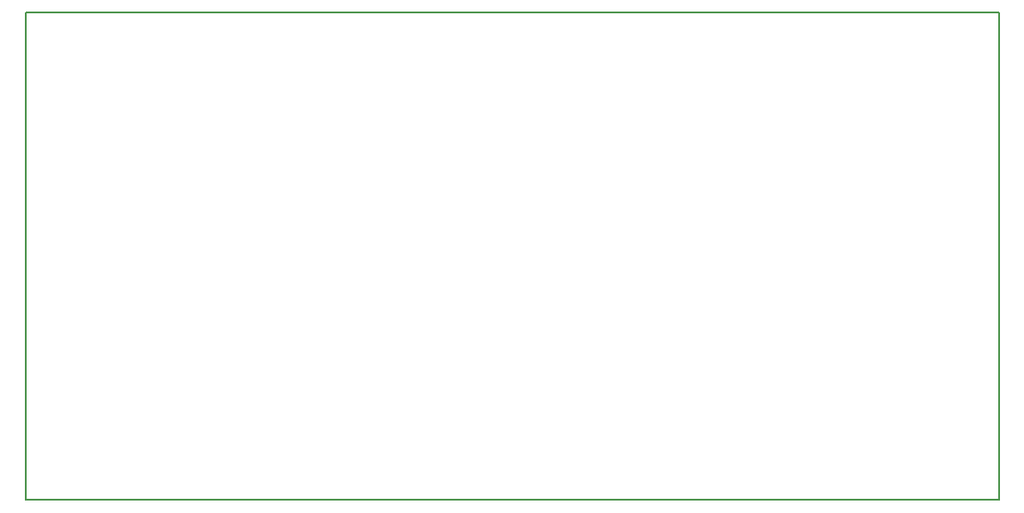
<source format=gm1>
G04 Layer_Color=16711935*
%FSLAX25Y25*%
%MOIN*%
G70*
G01*
G75*
%ADD50C,0.00787*%
D50*
X0Y182850D02*
X365000D01*
X0Y0D02*
Y182850D01*
X365000Y0D02*
Y182850D01*
X0Y0D02*
X365000D01*
M02*

</source>
